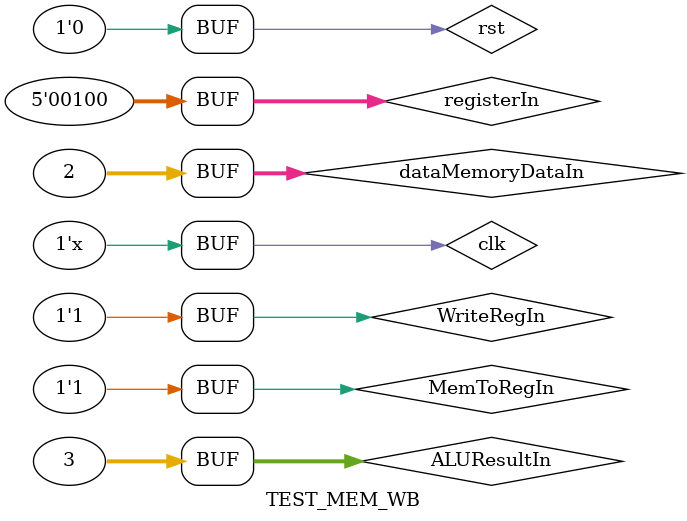
<source format=v>
`timescale 1ns / 1ps


module TEST_MEM_WB;

	// Inputs
	reg clk;
	reg rst;
	reg WriteRegIn;
	reg MemToRegIn;
	reg [31:0] dataMemoryDataIn;
	reg [31:0] ALUResultIn;
	reg [4:0] registerIn;

	// Outputs
	wire WriteRegOut;
	wire MemToRegOut;
	wire [31:0] dataMemoryDataOut;
	wire [31:0] ALUResultOut;
	wire [4:0] registerOut;

	// Instantiate the Unit Under Test (UUT)
	MEM_WB uut (
		.clk(clk), 
		.rst(rst), 
		.WriteRegIn(WriteRegIn), 
		.WriteRegOut(WriteRegOut), 
		.MemToRegIn(MemToRegIn), 
		.MemToRegOut(MemToRegOut), 
		.dataMemoryDataIn(dataMemoryDataIn), 
		.dataMemoryDataOut(dataMemoryDataOut), 
		.ALUResultIn(ALUResultIn), 
		.ALUResultOut(ALUResultOut), 
		.registerIn(registerIn), 
		.registerOut(registerOut)
	);

	initial begin
		// Initialize Inputs
		clk = 0;
		rst = 0;
		WriteRegIn = 0;
		MemToRegIn = 0;
		dataMemoryDataIn = 0;
		ALUResultIn = 0;
		registerIn = 0;

		// Wait 100 ns for global reset to finish
		#40;
      WriteRegIn = 1;
		MemToRegIn = 1;
		dataMemoryDataIn = 2;
		ALUResultIn = 3;
		registerIn = 4; 
		// Add stimulus here

	end
   always begin
			clk = ~clk;
			#50;
	end     
endmodule


</source>
